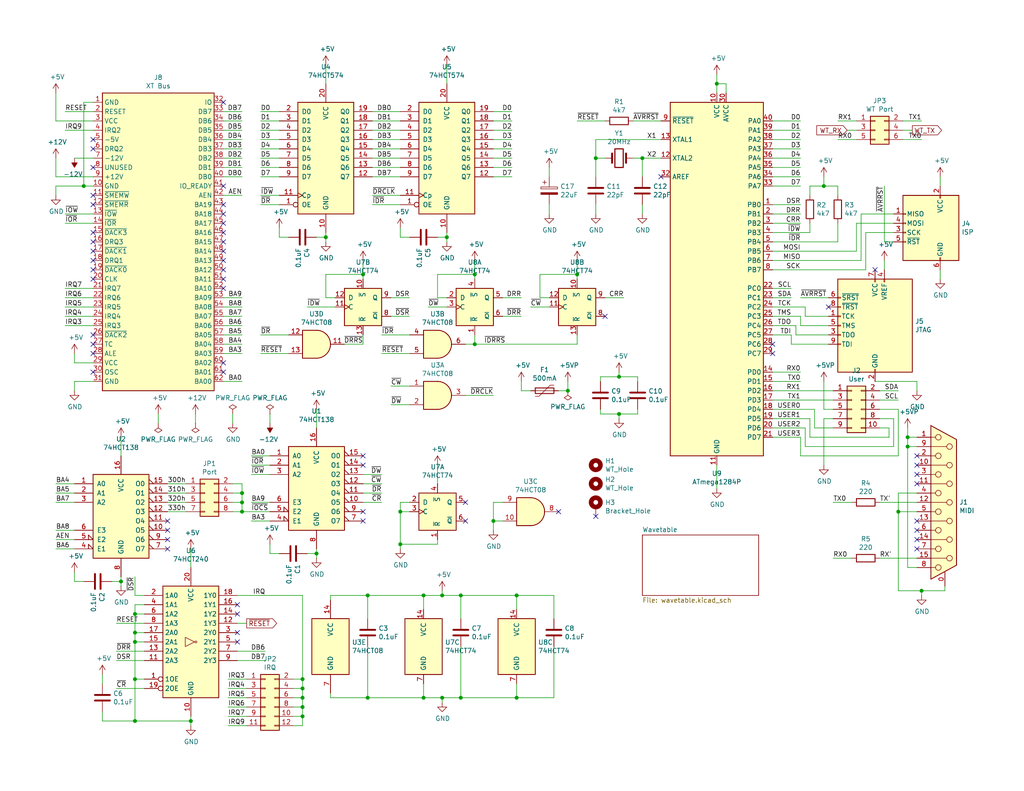
<source format=kicad_sch>
(kicad_sch (version 20211123) (generator eeschema)
  (paper "USLetter")
  (junction (at 140.97 162.56))
  (junction (at 162.56 43.18))
  (junction (at 129.54 74.93))
  (junction (at 88.9 64.77))
  (junction (at 82.55 187.96))
  (junction (at 36.83 175.26))
  (junction (at 245.11 139.7))
  (junction (at 82.55 195.58))
  (junction (at 66.04 137.16))
  (junction (at 168.91 113.03))
  (junction (at 36.83 172.72))
  (junction (at 157.48 74.93))
  (junction (at 134.62 142.24))
  (junction (at 66.04 139.7))
  (junction (at 129.54 93.98))
  (junction (at 36.83 167.64))
  (junction (at 247.65 121.92))
  (junction (at 120.65 190.5))
  (junction (at 99.06 74.93))
  (junction (at 52.07 196.85))
  (junction (at 120.65 162.56))
  (junction (at 125.73 162.56))
  (junction (at 22.86 50.8))
  (junction (at 36.83 196.85))
  (junction (at 100.33 162.56))
  (junction (at 168.91 102.87))
  (junction (at 154.94 106.68))
  (junction (at 82.55 185.42))
  (junction (at 247.65 119.38))
  (junction (at 86.36 151.13))
  (junction (at 175.26 43.18))
  (junction (at 115.57 162.56))
  (junction (at 33.02 158.75))
  (junction (at 109.22 148.59))
  (junction (at 82.55 190.5))
  (junction (at 121.92 64.77))
  (junction (at 195.58 22.86))
  (junction (at 140.97 190.5))
  (junction (at 109.22 139.7))
  (junction (at 66.04 134.62))
  (junction (at 115.57 190.5))
  (junction (at 224.79 50.8))
  (junction (at 125.73 190.5))
  (junction (at 251.46 161.29))
  (junction (at 36.83 185.42))
  (junction (at 100.33 190.5))
  (junction (at 82.55 193.04))
  (no_connect (at 25.4 96.52))
  (no_connect (at 99.06 139.7))
  (no_connect (at 25.4 71.12))
  (no_connect (at 25.4 66.04))
  (no_connect (at 25.4 40.64))
  (no_connect (at 60.96 63.5))
  (no_connect (at 25.4 101.6))
  (no_connect (at 25.4 68.58))
  (no_connect (at 238.76 73.66))
  (no_connect (at 64.77 165.1))
  (no_connect (at 226.06 83.82))
  (no_connect (at 64.77 175.26))
  (no_connect (at 25.4 53.34))
  (no_connect (at 250.19 147.32))
  (no_connect (at 45.72 144.78))
  (no_connect (at 25.4 63.5))
  (no_connect (at 25.4 73.66))
  (no_connect (at 99.06 124.46))
  (no_connect (at 60.96 58.42))
  (no_connect (at 60.96 55.88))
  (no_connect (at 152.4 139.7))
  (no_connect (at 25.4 45.72))
  (no_connect (at 45.72 149.86))
  (no_connect (at 250.19 127))
  (no_connect (at 250.19 144.78))
  (no_connect (at 25.4 76.2))
  (no_connect (at 250.19 149.86))
  (no_connect (at 162.56 140.97))
  (no_connect (at 127 137.16))
  (no_connect (at 60.96 60.96))
  (no_connect (at 250.19 142.24))
  (no_connect (at 60.96 78.74))
  (no_connect (at 45.72 142.24))
  (no_connect (at 25.4 91.44))
  (no_connect (at 210.82 93.98))
  (no_connect (at 64.77 167.64))
  (no_connect (at 210.82 96.52))
  (no_connect (at 60.96 76.2))
  (no_connect (at 60.96 71.12))
  (no_connect (at 25.4 93.98))
  (no_connect (at 60.96 99.06))
  (no_connect (at 99.06 142.24))
  (no_connect (at 60.96 50.8))
  (no_connect (at 45.72 147.32))
  (no_connect (at 25.4 38.1))
  (no_connect (at 165.1 86.36))
  (no_connect (at 127 142.24))
  (no_connect (at 60.96 73.66))
  (no_connect (at 250.19 129.54))
  (no_connect (at 60.96 27.94))
  (no_connect (at 60.96 66.04))
  (no_connect (at 60.96 101.6))
  (no_connect (at 64.77 172.72))
  (no_connect (at 25.4 55.88))
  (no_connect (at 250.19 124.46))
  (no_connect (at 250.19 132.08))
  (no_connect (at 60.96 68.58))
  (no_connect (at 99.06 127))
  (no_connect (at 180.34 48.26))
  (wire (pts (xy 17.78 58.42) (xy 25.4 58.42)))
  (wire (pts (xy 80.01 187.96) (xy 82.55 187.96)))
  (wire (pts (xy 109.22 137.16) (xy 111.76 137.16)))
  (wire (pts (xy 218.44 86.36) (xy 218.44 88.9)))
  (wire (pts (xy 129.54 71.12) (xy 129.54 74.93)))
  (wire (pts (xy 64.77 180.34) (xy 72.39 180.34)))
  (wire (pts (xy 210.82 68.58) (xy 233.68 68.58)))
  (wire (pts (xy 251.46 161.29) (xy 251.46 162.56)))
  (wire (pts (xy 175.26 43.18) (xy 175.26 48.26)))
  (wire (pts (xy 247.65 119.38) (xy 247.65 121.92)))
  (wire (pts (xy 210.82 81.28) (xy 215.9 81.28)))
  (wire (pts (xy 63.5 134.62) (xy 66.04 134.62)))
  (wire (pts (xy 245.11 134.62) (xy 245.11 139.7)))
  (wire (pts (xy 17.78 83.82) (xy 25.4 83.82)))
  (wire (pts (xy 218.44 119.38) (xy 218.44 124.46)))
  (wire (pts (xy 218.44 50.8) (xy 210.82 50.8)))
  (wire (pts (xy 106.68 105.41) (xy 111.76 105.41)))
  (wire (pts (xy 127 93.98) (xy 129.54 93.98)))
  (wire (pts (xy 247.65 154.94) (xy 250.19 154.94)))
  (wire (pts (xy 120.65 190.5) (xy 125.73 190.5)))
  (wire (pts (xy 36.83 172.72) (xy 36.83 175.26)))
  (wire (pts (xy 210.82 71.12) (xy 234.95 71.12)))
  (wire (pts (xy 210.82 83.82) (xy 219.71 83.82)))
  (wire (pts (xy 119.38 64.77) (xy 121.92 64.77)))
  (wire (pts (xy 172.72 43.18) (xy 175.26 43.18)))
  (wire (pts (xy 151.13 162.56) (xy 140.97 162.56)))
  (wire (pts (xy 227.33 114.3) (xy 224.79 114.3)))
  (wire (pts (xy 62.23 187.96) (xy 67.31 187.96)))
  (wire (pts (xy 245.11 161.29) (xy 245.11 139.7)))
  (wire (pts (xy 62.23 195.58) (xy 67.31 195.58)))
  (wire (pts (xy 71.12 33.02) (xy 76.2 33.02)))
  (wire (pts (xy 111.76 64.77) (xy 109.22 64.77)))
  (wire (pts (xy 149.86 45.72) (xy 149.86 48.26)))
  (wire (pts (xy 64.77 170.18) (xy 67.31 170.18)))
  (wire (pts (xy 83.82 83.82) (xy 91.44 83.82)))
  (wire (pts (xy 163.83 102.87) (xy 168.91 102.87)))
  (wire (pts (xy 17.78 81.28) (xy 25.4 81.28)))
  (wire (pts (xy 30.48 158.75) (xy 33.02 158.75)))
  (wire (pts (xy 233.68 60.96) (xy 243.84 60.96)))
  (wire (pts (xy 66.04 139.7) (xy 73.66 139.7)))
  (wire (pts (xy 68.58 137.16) (xy 73.66 137.16)))
  (wire (pts (xy 71.12 45.72) (xy 76.2 45.72)))
  (wire (pts (xy 163.83 113.03) (xy 168.91 113.03)))
  (wire (pts (xy 15.24 147.32) (xy 20.32 147.32)))
  (wire (pts (xy 66.04 45.72) (xy 60.96 45.72)))
  (wire (pts (xy 111.76 81.28) (xy 106.68 81.28)))
  (wire (pts (xy 25.4 30.48) (xy 17.78 30.48)))
  (wire (pts (xy 17.78 60.96) (xy 25.4 60.96)))
  (wire (pts (xy 149.86 55.88) (xy 149.86 58.42)))
  (wire (pts (xy 168.91 102.87) (xy 168.91 101.6)))
  (wire (pts (xy 101.6 35.56) (xy 109.22 35.56)))
  (wire (pts (xy 73.66 151.13) (xy 76.2 151.13)))
  (wire (pts (xy 99.06 93.98) (xy 99.06 91.44)))
  (wire (pts (xy 88.9 22.86) (xy 88.9 17.78)))
  (wire (pts (xy 115.57 190.5) (xy 100.33 190.5)))
  (wire (pts (xy 66.04 48.26) (xy 60.96 48.26)))
  (wire (pts (xy 245.11 124.46) (xy 245.11 111.76)))
  (wire (pts (xy 210.82 116.84) (xy 219.71 116.84)))
  (wire (pts (xy 168.91 113.03) (xy 173.99 113.03)))
  (wire (pts (xy 142.24 106.68) (xy 144.78 106.68)))
  (wire (pts (xy 22.86 27.94) (xy 22.86 50.8)))
  (wire (pts (xy 71.12 96.52) (xy 78.74 96.52)))
  (wire (pts (xy 245.11 106.68) (xy 240.03 106.68)))
  (wire (pts (xy 20.32 156.21) (xy 20.32 158.75)))
  (wire (pts (xy 36.83 162.56) (xy 36.83 157.48)))
  (wire (pts (xy 119.38 147.32) (xy 119.38 148.59)))
  (wire (pts (xy 82.55 185.42) (xy 82.55 162.56)))
  (wire (pts (xy 31.75 180.34) (xy 39.37 180.34)))
  (wire (pts (xy 218.44 48.26) (xy 210.82 48.26)))
  (wire (pts (xy 53.34 113.03) (xy 53.34 115.57)))
  (wire (pts (xy 104.14 137.16) (xy 99.06 137.16)))
  (wire (pts (xy 66.04 40.64) (xy 60.96 40.64)))
  (wire (pts (xy 39.37 167.64) (xy 36.83 167.64)))
  (wire (pts (xy 22.86 50.8) (xy 15.24 50.8)))
  (wire (pts (xy 52.07 195.58) (xy 52.07 196.85)))
  (wire (pts (xy 227.33 152.4) (xy 232.41 152.4)))
  (wire (pts (xy 173.99 104.14) (xy 173.99 102.87)))
  (wire (pts (xy 86.36 149.86) (xy 86.36 151.13)))
  (wire (pts (xy 88.9 66.04) (xy 88.9 64.77)))
  (wire (pts (xy 100.33 190.5) (xy 90.17 190.5)))
  (wire (pts (xy 139.7 35.56) (xy 134.62 35.56)))
  (wire (pts (xy 151.13 190.5) (xy 151.13 176.53)))
  (wire (pts (xy 233.68 38.1) (xy 228.6 38.1)))
  (wire (pts (xy 15.24 149.86) (xy 20.32 149.86)))
  (wire (pts (xy 215.9 91.44) (xy 215.9 93.98)))
  (wire (pts (xy 111.76 139.7) (xy 109.22 139.7)))
  (wire (pts (xy 31.75 170.18) (xy 39.37 170.18)))
  (wire (pts (xy 66.04 88.9) (xy 60.96 88.9)))
  (wire (pts (xy 63.5 113.03) (xy 63.5 115.57)))
  (wire (pts (xy 218.44 81.28) (xy 226.06 81.28)))
  (wire (pts (xy 129.54 93.98) (xy 157.48 93.98)))
  (wire (pts (xy 66.04 53.34) (xy 60.96 53.34)))
  (wire (pts (xy 162.56 43.18) (xy 165.1 43.18)))
  (wire (pts (xy 71.12 30.48) (xy 76.2 30.48)))
  (wire (pts (xy 134.62 142.24) (xy 134.62 137.16)))
  (wire (pts (xy 195.58 20.32) (xy 195.58 22.86)))
  (wire (pts (xy 210.82 114.3) (xy 220.98 114.3)))
  (wire (pts (xy 162.56 48.26) (xy 162.56 43.18)))
  (wire (pts (xy 219.71 86.36) (xy 226.06 86.36)))
  (wire (pts (xy 218.44 33.02) (xy 210.82 33.02)))
  (wire (pts (xy 243.84 121.92) (xy 243.84 114.3)))
  (wire (pts (xy 15.24 33.02) (xy 15.24 25.4)))
  (wire (pts (xy 218.44 43.18) (xy 210.82 43.18)))
  (wire (pts (xy 210.82 106.68) (xy 227.33 106.68)))
  (wire (pts (xy 240.03 137.16) (xy 250.19 137.16)))
  (wire (pts (xy 119.38 127) (xy 119.38 132.08)))
  (wire (pts (xy 71.12 48.26) (xy 76.2 48.26)))
  (wire (pts (xy 76.2 64.77) (xy 78.74 64.77)))
  (wire (pts (xy 36.83 185.42) (xy 36.83 196.85)))
  (wire (pts (xy 234.95 58.42) (xy 243.84 58.42)))
  (wire (pts (xy 220.98 63.5) (xy 220.98 60.96)))
  (wire (pts (xy 66.04 43.18) (xy 60.96 43.18)))
  (wire (pts (xy 173.99 113.03) (xy 173.99 111.76)))
  (wire (pts (xy 120.65 191.77) (xy 120.65 190.5)))
  (wire (pts (xy 68.58 124.46) (xy 73.66 124.46)))
  (wire (pts (xy 104.14 132.08) (xy 99.06 132.08)))
  (wire (pts (xy 111.76 86.36) (xy 106.68 86.36)))
  (wire (pts (xy 165.1 33.02) (xy 157.48 33.02)))
  (wire (pts (xy 27.94 184.15) (xy 27.94 186.69)))
  (wire (pts (xy 218.44 40.64) (xy 210.82 40.64)))
  (wire (pts (xy 66.04 93.98) (xy 60.96 93.98)))
  (wire (pts (xy 147.32 74.93) (xy 157.48 74.93)))
  (wire (pts (xy 62.23 190.5) (xy 67.31 190.5)))
  (wire (pts (xy 80.01 193.04) (xy 82.55 193.04)))
  (wire (pts (xy 222.25 111.76) (xy 222.25 116.84)))
  (wire (pts (xy 228.6 50.8) (xy 228.6 53.34)))
  (wire (pts (xy 101.6 40.64) (xy 109.22 40.64)))
  (wire (pts (xy 125.73 176.53) (xy 125.73 190.5)))
  (wire (pts (xy 109.22 139.7) (xy 109.22 137.16)))
  (wire (pts (xy 63.5 137.16) (xy 66.04 137.16)))
  (wire (pts (xy 234.95 71.12) (xy 234.95 58.42)))
  (wire (pts (xy 25.4 99.06) (xy 20.32 99.06)))
  (wire (pts (xy 93.98 93.98) (xy 99.06 93.98)))
  (wire (pts (xy 15.24 50.8) (xy 15.24 53.34)))
  (wire (pts (xy 218.44 124.46) (xy 245.11 124.46)))
  (wire (pts (xy 80.01 190.5) (xy 82.55 190.5)))
  (wire (pts (xy 66.04 38.1) (xy 60.96 38.1)))
  (wire (pts (xy 101.6 38.1) (xy 109.22 38.1)))
  (wire (pts (xy 90.17 190.5) (xy 90.17 189.23)))
  (wire (pts (xy 66.04 33.02) (xy 60.96 33.02)))
  (wire (pts (xy 62.23 198.12) (xy 67.31 198.12)))
  (wire (pts (xy 240.03 152.4) (xy 250.19 152.4)))
  (wire (pts (xy 66.04 86.36) (xy 60.96 86.36)))
  (wire (pts (xy 198.12 22.86) (xy 195.58 22.86)))
  (wire (pts (xy 115.57 166.37) (xy 115.57 162.56)))
  (wire (pts (xy 115.57 162.56) (xy 120.65 162.56)))
  (wire (pts (xy 17.78 35.56) (xy 25.4 35.56)))
  (wire (pts (xy 224.79 50.8) (xy 228.6 50.8)))
  (wire (pts (xy 88.9 81.28) (xy 88.9 74.93)))
  (wire (pts (xy 86.36 151.13) (xy 86.36 152.4)))
  (wire (pts (xy 139.7 43.18) (xy 134.62 43.18)))
  (wire (pts (xy 140.97 190.5) (xy 140.97 186.69)))
  (wire (pts (xy 20.32 104.14) (xy 20.32 106.68)))
  (wire (pts (xy 71.12 38.1) (xy 76.2 38.1)))
  (wire (pts (xy 100.33 168.91) (xy 100.33 162.56)))
  (wire (pts (xy 236.22 63.5) (xy 243.84 63.5)))
  (wire (pts (xy 22.86 50.8) (xy 25.4 50.8)))
  (wire (pts (xy 245.11 139.7) (xy 250.19 139.7)))
  (wire (pts (xy 222.25 116.84) (xy 227.33 116.84)))
  (wire (pts (xy 39.37 172.72) (xy 36.83 172.72)))
  (wire (pts (xy 125.73 168.91) (xy 125.73 162.56)))
  (wire (pts (xy 125.73 190.5) (xy 140.97 190.5)))
  (wire (pts (xy 104.14 96.52) (xy 111.76 96.52)))
  (wire (pts (xy 101.6 30.48) (xy 109.22 30.48)))
  (wire (pts (xy 210.82 91.44) (xy 215.9 91.44)))
  (wire (pts (xy 15.24 48.26) (xy 25.4 48.26)))
  (wire (pts (xy 246.38 38.1) (xy 251.46 38.1)))
  (wire (pts (xy 33.02 158.75) (xy 33.02 160.02)))
  (wire (pts (xy 168.91 114.3) (xy 168.91 113.03)))
  (wire (pts (xy 140.97 162.56) (xy 140.97 166.37)))
  (wire (pts (xy 195.58 127) (xy 195.58 133.35)))
  (wire (pts (xy 175.26 43.18) (xy 180.34 43.18)))
  (wire (pts (xy 250.19 104.14) (xy 250.19 106.68)))
  (wire (pts (xy 68.58 127) (xy 73.66 127)))
  (wire (pts (xy 121.92 63.5) (xy 121.92 64.77)))
  (wire (pts (xy 88.9 64.77) (xy 88.9 63.5)))
  (wire (pts (xy 210.82 86.36) (xy 218.44 86.36)))
  (wire (pts (xy 17.78 86.36) (xy 25.4 86.36)))
  (wire (pts (xy 82.55 187.96) (xy 82.55 185.42)))
  (wire (pts (xy 247.65 116.84) (xy 247.65 119.38)))
  (wire (pts (xy 152.4 106.68) (xy 154.94 106.68)))
  (wire (pts (xy 210.82 109.22) (xy 227.33 109.22)))
  (wire (pts (xy 62.23 185.42) (xy 67.31 185.42)))
  (wire (pts (xy 215.9 93.98) (xy 226.06 93.98)))
  (wire (pts (xy 120.65 162.56) (xy 125.73 162.56)))
  (wire (pts (xy 245.11 109.22) (xy 240.03 109.22)))
  (wire (pts (xy 100.33 162.56) (xy 115.57 162.56)))
  (wire (pts (xy 218.44 88.9) (xy 226.06 88.9)))
  (wire (pts (xy 172.72 33.02) (xy 180.34 33.02)))
  (wire (pts (xy 157.48 74.93) (xy 157.48 76.2)))
  (wire (pts (xy 121.92 17.78) (xy 121.92 22.86)))
  (wire (pts (xy 66.04 96.52) (xy 60.96 96.52)))
  (wire (pts (xy 62.23 193.04) (xy 67.31 193.04)))
  (wire (pts (xy 36.83 165.1) (xy 39.37 165.1)))
  (wire (pts (xy 210.82 73.66) (xy 236.22 73.66)))
  (wire (pts (xy 162.56 38.1) (xy 162.56 43.18)))
  (wire (pts (xy 82.55 190.5) (xy 82.55 187.96)))
  (wire (pts (xy 119.38 148.59) (xy 109.22 148.59)))
  (wire (pts (xy 15.24 134.62) (xy 20.32 134.62)))
  (wire (pts (xy 210.82 55.88) (xy 218.44 55.88)))
  (wire (pts (xy 210.82 111.76) (xy 222.25 111.76)))
  (wire (pts (xy 109.22 149.86) (xy 109.22 148.59)))
  (wire (pts (xy 140.97 190.5) (xy 151.13 190.5)))
  (wire (pts (xy 80.01 185.42) (xy 82.55 185.42)))
  (wire (pts (xy 218.44 38.1) (xy 210.82 38.1)))
  (wire (pts (xy 256.54 48.26) (xy 256.54 50.8)))
  (wire (pts (xy 142.24 86.36) (xy 137.16 86.36)))
  (wire (pts (xy 121.92 81.28) (xy 119.38 81.28)))
  (wire (pts (xy 27.94 194.31) (xy 27.94 196.85)))
  (wire (pts (xy 220.98 119.38) (xy 242.57 119.38)))
  (wire (pts (xy 82.55 195.58) (xy 82.55 198.12)))
  (wire (pts (xy 129.54 93.98) (xy 129.54 91.44)))
  (wire (pts (xy 99.06 71.12) (xy 99.06 74.93)))
  (wire (pts (xy 210.82 88.9) (xy 217.17 88.9)))
  (wire (pts (xy 80.01 195.58) (xy 82.55 195.58)))
  (wire (pts (xy 242.57 119.38) (xy 242.57 116.84)))
  (wire (pts (xy 71.12 43.18) (xy 76.2 43.18)))
  (wire (pts (xy 227.33 111.76) (xy 224.79 111.76)))
  (wire (pts (xy 73.66 113.03) (xy 73.66 115.57)))
  (wire (pts (xy 116.84 83.82) (xy 121.92 83.82)))
  (wire (pts (xy 129.54 74.93) (xy 129.54 76.2)))
  (wire (pts (xy 137.16 81.28) (xy 142.24 81.28)))
  (wire (pts (xy 52.07 196.85) (xy 36.83 196.85)))
  (wire (pts (xy 231.14 35.56) (xy 233.68 35.56)))
  (wire (pts (xy 27.94 196.85) (xy 36.83 196.85)))
  (wire (pts (xy 224.79 111.76) (xy 224.79 104.14)))
  (wire (pts (xy 139.7 30.48) (xy 134.62 30.48)))
  (wire (pts (xy 101.6 45.72) (xy 109.22 45.72)))
  (wire (pts (xy 86.36 64.77) (xy 88.9 64.77)))
  (wire (pts (xy 20.32 99.06) (xy 20.32 96.52)))
  (wire (pts (xy 120.65 190.5) (xy 115.57 190.5)))
  (wire (pts (xy 139.7 38.1) (xy 134.62 38.1)))
  (wire (pts (xy 227.33 137.16) (xy 232.41 137.16)))
  (wire (pts (xy 100.33 176.53) (xy 100.33 190.5)))
  (wire (pts (xy 250.19 119.38) (xy 247.65 119.38)))
  (wire (pts (xy 195.58 22.86) (xy 195.58 25.4)))
  (wire (pts (xy 66.04 83.82) (xy 60.96 83.82)))
  (wire (pts (xy 119.38 81.28) (xy 119.38 74.93)))
  (wire (pts (xy 83.82 151.13) (xy 86.36 151.13)))
  (wire (pts (xy 210.82 119.38) (xy 218.44 119.38)))
  (wire (pts (xy 72.39 177.8) (xy 64.77 177.8)))
  (wire (pts (xy 210.82 63.5) (xy 220.98 63.5)))
  (wire (pts (xy 76.2 62.23) (xy 76.2 64.77)))
  (wire (pts (xy 139.7 45.72) (xy 134.62 45.72)))
  (wire (pts (xy 134.62 144.78) (xy 134.62 142.24)))
  (wire (pts (xy 36.83 165.1) (xy 36.83 167.64)))
  (wire (pts (xy 15.24 132.08) (xy 20.32 132.08)))
  (wire (pts (xy 224.79 114.3) (xy 224.79 127)))
  (wire (pts (xy 33.02 119.38) (xy 33.02 124.46)))
  (wire (pts (xy 66.04 91.44) (xy 60.96 91.44)))
  (wire (pts (xy 86.36 111.76) (xy 86.36 116.84)))
  (wire (pts (xy 36.83 167.64) (xy 36.83 172.72)))
  (wire (pts (xy 142.24 104.14) (xy 142.24 106.68)))
  (wire (pts (xy 163.83 104.14) (xy 163.83 102.87)))
  (wire (pts (xy 66.04 139.7) (xy 66.04 137.16)))
  (wire (pts (xy 198.12 25.4) (xy 198.12 22.86)))
  (wire (pts (xy 219.71 83.82) (xy 219.71 86.36)))
  (wire (pts (xy 233.68 68.58) (xy 233.68 60.96)))
  (wire (pts (xy 246.38 35.56) (xy 248.92 35.56)))
  (wire (pts (xy 25.4 27.94) (xy 22.86 27.94)))
  (wire (pts (xy 125.73 162.56) (xy 140.97 162.56)))
  (wire (pts (xy 220.98 53.34) (xy 220.98 50.8)))
  (wire (pts (xy 66.04 30.48) (xy 60.96 30.48)))
  (wire (pts (xy 25.4 33.02) (xy 15.24 33.02)))
  (wire (pts (xy 90.17 162.56) (xy 100.33 162.56)))
  (wire (pts (xy 134.62 107.95) (xy 127 107.95)))
  (wire (pts (xy 147.32 81.28) (xy 147.32 74.93)))
  (wire (pts (xy 82.55 195.58) (xy 82.55 193.04)))
  (wire (pts (xy 17.78 88.9) (xy 25.4 88.9)))
  (wire (pts (xy 210.82 101.6) (xy 218.44 101.6)))
  (wire (pts (xy 66.04 104.14) (xy 60.96 104.14)))
  (wire (pts (xy 66.04 137.16) (xy 66.04 134.62)))
  (wire (pts (xy 15.24 43.18) (xy 15.24 48.26)))
  (wire (pts (xy 66.04 139.7) (xy 63.5 139.7)))
  (wire (pts (xy 43.18 115.57) (xy 43.18 113.03)))
  (wire (pts (xy 115.57 186.69) (xy 115.57 190.5)))
  (wire (pts (xy 15.24 144.78) (xy 20.32 144.78)))
  (wire (pts (xy 137.16 142.24) (xy 134.62 142.24)))
  (wire (pts (xy 39.37 175.26) (xy 36.83 175.26)))
  (wire (pts (xy 119.38 74.93) (xy 129.54 74.93)))
  (wire (pts (xy 66.04 134.62) (xy 66.04 132.08)))
  (wire (pts (xy 257.81 160.02) (xy 257.81 161.29)))
  (wire (pts (xy 88.9 74.93) (xy 99.06 74.93)))
  (wire (pts (xy 154.94 106.68) (xy 154.94 104.14)))
  (wire (pts (xy 101.6 48.26) (xy 109.22 48.26)))
  (wire (pts (xy 220.98 50.8) (xy 224.79 50.8)))
  (wire (pts (xy 91.44 81.28) (xy 88.9 81.28)))
  (wire (pts (xy 149.86 81.28) (xy 147.32 81.28)))
  (wire (pts (xy 242.57 116.84) (xy 240.03 116.84)))
  (wire (pts (xy 33.02 157.48) (xy 33.02 158.75)))
  (wire (pts (xy 101.6 53.34) (xy 109.22 53.34)))
  (wire (pts (xy 162.56 58.42) (xy 162.56 55.88)))
  (wire (pts (xy 39.37 185.42) (xy 36.83 185.42)))
  (wire (pts (xy 39.37 162.56) (xy 36.83 162.56)))
  (wire (pts (xy 52.07 149.86) (xy 52.07 154.94)))
  (wire (pts (xy 245.11 111.76) (xy 240.03 111.76)))
  (wire (pts (xy 73.66 148.59) (xy 73.66 151.13)))
  (wire (pts (xy 228.6 66.04) (xy 228.6 60.96)))
  (wire (pts (xy 66.04 81.28) (xy 60.96 81.28)))
  (wire (pts (xy 82.55 193.04) (xy 82.55 190.5)))
  (wire (pts (xy 243.84 114.3) (xy 240.03 114.3)))
  (wire (pts (xy 101.6 55.88) (xy 109.22 55.88)))
  (wire (pts (xy 82.55 198.12) (xy 80.01 198.12)))
  (wire (pts (xy 71.12 35.56) (xy 76.2 35.56)))
  (wire (pts (xy 68.58 129.54) (xy 73.66 129.54)))
  (wire (pts (xy 210.82 104.14) (xy 218.44 104.14)))
  (wire (pts (xy 151.13 168.91) (xy 151.13 162.56)))
  (wire (pts (xy 157.48 71.12) (xy 157.48 74.93)))
  (wire (pts (xy 218.44 35.56) (xy 210.82 35.56)))
  (wire (pts (xy 104.14 129.54) (xy 99.06 129.54)))
  (wire (pts (xy 220.98 114.3) (xy 220.98 119.38)))
  (wire (pts (xy 139.7 33.02) (xy 134.62 33.02)))
  (wire (pts (xy 90.17 163.83) (xy 90.17 162.56)))
  (wire (pts (xy 210.82 78.74) (xy 215.9 78.74)))
  (wire (pts (xy 241.3 71.12) (xy 241.3 73.66)))
  (wire (pts (xy 144.78 83.82) (xy 149.86 83.82)))
  (wire (pts (xy 101.6 33.02) (xy 109.22 33.02)))
  (wire (pts (xy 217.17 91.44) (xy 226.06 91.44)))
  (wire (pts (xy 134.62 137.16) (xy 137.16 137.16)))
  (wire (pts (xy 173.99 102.87) (xy 168.91 102.87)))
  (wire (pts (xy 36.83 175.26) (xy 36.83 185.42)))
  (wire (pts (xy 238.76 104.14) (xy 250.19 104.14)))
  (wire (pts (xy 66.04 35.56) (xy 60.96 35.56)))
  (wire (pts (xy 219.71 116.84) (xy 219.71 121.92)))
  (wire (pts (xy 71.12 53.34) (xy 76.2 53.34)))
  (wire (pts (xy 71.12 55.88) (xy 76.2 55.88)))
  (wire (pts (xy 170.18 81.28) (xy 165.1 81.28)))
  (wire (pts (xy 99.06 74.93) (xy 99.06 76.2)))
  (wire (pts (xy 218.44 45.72) (xy 210.82 45.72)))
  (wire (pts (xy 247.65 121.92) (xy 247.65 154.94)))
  (wire (pts (xy 71.12 91.44) (xy 78.74 91.44)))
  (wire (pts (xy 109.22 148.59) (xy 109.22 139.7)))
  (wire (pts (xy 243.84 66.04) (xy 241.3 66.04)))
  (wire (pts (xy 247.65 121.92) (xy 250.19 121.92)))
  (wire (pts (xy 139.7 40.64) (xy 134.62 40.64)))
  (wire (pts (xy 210.82 60.96) (xy 218.44 60.96)))
  (wire (pts (xy 233.68 33.02) (xy 228.6 33.02)))
  (wire (pts (xy 210.82 58.42) (xy 218.44 58.42)))
  (wire (pts (xy 63.5 132.08) (xy 66.04 132.08)))
  (wire (pts (xy 257.81 161.29) (xy 251.46 161.29)))
  (wire (pts (xy 31.75 177.8) (xy 39.37 177.8)))
  (wire (pts (xy 251.46 161.29) (xy 245.11 161.29)))
  (wire (pts (xy 217.17 88.9) (xy 217.17 91.44)))
  (wire (pts (xy 157.48 93.98) (xy 157.48 91.44)))
  (wire (pts (xy 219.71 121.92) (xy 243.84 121.92)))
  (wire (pts (xy 20.32 43.18) (xy 25.4 43.18)))
  (wire (pts (xy 139.7 48.26) (xy 134.62 48.26)))
  (wire (pts (xy 71.12 40.64) (xy 76.2 40.64)))
  (wire (pts (xy 224.79 48.26) (xy 224.79 50.8)))
  (wire (pts (xy 64.77 162.56) (xy 82.55 162.56)))
  (wire (pts (xy 45.72 132.08) (xy 50.8 132.08)))
  (wire (pts (xy 109.22 64.77) (xy 109.22 62.23)))
  (wire (pts (xy 210.82 66.04) (xy 228.6 66.04)))
  (wire (pts (xy 45.72 137.16) (xy 50.8 137.16)))
  (wire (pts (xy 236.22 73.66) (xy 236.22 63.5)))
  (wire (pts (xy 180.34 38.1) (xy 162.56 38.1)))
  (wire (pts (xy 120.65 162.56) (xy 120.65 161.29)))
  (wire (pts (xy 256.54 76.2) (xy 256.54 73.66)))
  (wire (pts (xy 101.6 43.18) (xy 109.22 43.18)))
  (wire (pts (xy 246.38 33.02) (xy 251.46 33.02)))
  (wire (pts (xy 104.14 91.44) (xy 111.76 91.44)))
  (wire (pts (xy 250.19 134.62) (xy 245.11 134.62)))
  (wire (pts (xy 25.4 104.14) (xy 20.32 104.14)))
  (wire (pts (xy 52.07 196.85) (xy 52.07 198.12)))
  (wire (pts (xy 15.24 137.16) (xy 20.32 137.16)))
  (wire (pts (xy 17.78 78.74) (xy 25.4 78.74)))
  (wire (pts (xy 175.26 55.88) (xy 175.26 58.42)))
  (wire (pts (xy 163.83 113.03) (xy 163.83 111.76)))
  (wire (pts (xy 104.14 134.62) (xy 99.06 134.62)))
  (wire (pts (xy 45.72 139.7) (xy 50.8 139.7)))
  (wire (pts (xy 45.72 134.62) (xy 50.8 134.62)))
  (wire (pts (xy 68.58 142.24) (xy 73.66 142.24)))
  (wire (pts (xy 106.68 110.49) (xy 111.76 110.49)))
  (wire (pts (xy 121.92 64.77) (xy 121.92 66.04)))
  (wire (pts (xy 20.32 158.75) (xy 22.86 158.75)))
  (wire (pts (xy 31.75 187.96) (xy 39.37 187.96)))
  (wire (pts (xy 241.3 66.04) (xy 241.3 50.8)))
  (label "DB3" (at 66.04 40.64 180))
  (label "TX'" (at 240.03 137.16 0))
  (label "~{IOR}" (at 68.58 127 0))
  (label "USER3" (at 218.44 119.38 180))
  (label "~{IOW}" (at 68.58 129.54 0))
  (label "IRQ5" (at 17.78 83.82 0))
  (label "USER1" (at 218.44 114.3 180))
  (label "BA8" (at 66.04 83.82 180))
  (label "330h" (at 45.72 139.7 0))
  (label "D3" (at 139.7 38.1 180))
  (label "BA3" (at 66.04 96.52 180))
  (label "DB2" (at 66.04 43.18 180))
  (label "DB1" (at 102.87 33.02 0))
  (label "~{CR}" (at 31.75 187.96 0))
  (label "320h" (at 45.72 137.16 0))
  (label "X2" (at 176.53 43.18 0))
  (label "BA4" (at 66.04 93.98 180))
  (label "D2" (at 218.44 38.1 180))
  (label "~{IDW}" (at 83.82 83.82 0))
  (label "DSR" (at 218.44 55.88 180))
  (label "IRQ7" (at 17.78 78.74 0))
  (label "IRQ9" (at 17.78 35.56 0))
  (label "D4" (at 218.44 43.18 180))
  (label "BA0" (at 66.04 104.14 180))
  (label "BA9" (at 68.58 137.16 0))
  (label "~{DW}" (at 104.14 129.54 180))
  (label "BA7" (at 15.24 137.16 0))
  (label "BA9" (at 66.04 81.28 180))
  (label "~{DRRS}" (at 99.06 93.98 180))
  (label "SCL" (at 215.9 78.74 180))
  (label "TX0" (at 227.33 137.16 0))
  (label "~{IOW}" (at 17.78 58.42 0))
  (label "BA5" (at 66.04 91.44 180))
  (label "RX0" (at 228.6 38.1 0))
  (label "DB4" (at 66.04 38.1 180))
  (label "~{DR}" (at 71.12 55.88 0))
  (label "RESET" (at 17.78 30.48 0))
  (label "~{DRR}" (at 142.24 86.36 180))
  (label "RESET" (at 31.75 170.18 0))
  (label "D1" (at 139.7 33.02 180))
  (label "D5" (at 71.12 43.18 0))
  (label "BA3" (at 68.58 142.24 0))
  (label "RX0" (at 218.44 101.6 180))
  (label "~{DRR}" (at 31.75 177.8 0))
  (label "~{RESET}" (at 157.48 33.02 0))
  (label "TX0" (at 218.44 104.14 180))
  (label "~{IDR}" (at 218.44 66.04 180))
  (label "DB5" (at 102.87 43.18 0))
  (label "IRQ9" (at 62.23 198.12 0))
  (label "MOSI" (at 218.44 68.58 180))
  (label "DB6" (at 72.39 177.8 180))
  (label "D1" (at 71.12 33.02 0))
  (label "~{DRCLK}" (at 101.6 53.34 0))
  (label "D7" (at 218.44 50.8 180))
  (label "~{DRCLK}" (at 134.62 107.95 180))
  (label "~{IDW}" (at 218.44 63.5 180))
  (label "D2" (at 71.12 35.56 0))
  (label "TX1" (at 218.44 109.22 180))
  (label "TX1" (at 251.46 33.02 180))
  (label "BA8" (at 15.24 144.78 0))
  (label "~{CW}" (at 144.78 83.82 0))
  (label "CRR" (at 170.18 81.28 180))
  (label "D2" (at 139.7 35.56 180))
  (label "SCL" (at 245.11 109.22 180))
  (label "~{AVRRST}" (at 172.72 33.02 0))
  (label "TCK" (at 215.9 83.82 180))
  (label "DB7" (at 72.39 180.34 180))
  (label "BA4" (at 15.24 132.08 0))
  (label "~{DW}" (at 106.68 110.49 0))
  (label "DB6" (at 66.04 33.02 180))
  (label "DB7" (at 66.04 30.48 180))
  (label "~{IDR}" (at 104.14 91.44 0))
  (label "IRQ4" (at 62.23 187.96 0))
  (label "~{CW}" (at 104.14 132.08 180))
  (label "BA0" (at 68.58 124.46 0))
  (label "TDO" (at 215.9 88.9 180))
  (label "~{CW}" (at 106.68 105.41 0))
  (label "AEN" (at 15.24 147.32 0))
  (label "D6" (at 139.7 45.72 180))
  (label "D4" (at 139.7 40.64 180))
  (label "~{IOCS}" (at 68.58 139.7 0))
  (label "~{IDW}" (at 71.12 53.34 0))
  (label "D7" (at 139.7 48.26 180))
  (label "BA6" (at 15.24 149.86 0))
  (label "TX0" (at 251.46 38.1 180))
  (label "BA7" (at 66.04 86.36 180))
  (label "BA5" (at 15.24 134.62 0))
  (label "DB0" (at 66.04 48.26 180))
  (label "DRR" (at 142.24 81.28 180))
  (label "300h" (at 45.72 132.08 0))
  (label "D5" (at 139.7 43.18 180))
  (label "DB6" (at 102.87 45.72 0))
  (label "D0" (at 71.12 30.48 0))
  (label "DB7" (at 102.87 48.26 0))
  (label "D6" (at 218.44 48.26 180))
  (label "SDA" (at 215.9 81.28 180))
  (label "USER2" (at 218.44 116.84 180))
  (label "IRQ" (at 72.39 162.56 180))
  (label "D6" (at 71.12 45.72 0))
  (label "DB2" (at 102.87 35.56 0))
  (label "~{IDR}" (at 101.6 55.88 0))
  (label "X1" (at 176.53 38.1 0))
  (label "DSR" (at 111.76 81.28 180))
  (label "TMS" (at 215.9 86.36 180))
  (label "DB5" (at 66.04 35.56 180))
  (label "~{AVRRST}" (at 218.44 81.28 0))
  (label "RX'" (at 240.03 152.4 0))
  (label "RX1" (at 228.6 33.02 0))
  (label "D7" (at 71.12 48.26 0))
  (label "IRQ3" (at 17.78 88.9 0))
  (label "DB3" (at 102.87 38.1 0))
  (label "D1" (at 218.44 35.56 180))
  (label "IRQ4" (at 17.78 86.36 0))
  (label "~{IDRRS}" (at 132.08 93.98 0))
  (label "D3" (at 218.44 40.64 180))
  (label "D3" (at 71.12 38.1 0))
  (label "D0" (at 218.44 33.02 180))
  (label "SCK" (at 218.44 73.66 180))
  (label "USER0" (at 218.44 111.76 180))
  (label "BA6" (at 66.04 88.9 180))
  (label "DSR" (at 31.75 180.34 0))
  (label "DB1" (at 66.04 45.72 180))
  (label "IRQ6" (at 62.23 193.04 0))
  (label "CRR" (at 218.44 60.96 180))
  (label "DB4" (at 102.87 40.64 0))
  (label "IRQ6" (at 17.78 81.28 0))
  (label "~{DW}" (at 116.84 83.82 0))
  (label "IRQ5" (at 62.23 190.5 0))
  (label "~{DR}" (at 104.14 134.62 180))
  (label "SDA" (at 245.11 106.68 180))
  (label "TDI" (at 215.9 91.44 180))
  (label "~{RESET}" (at 71.12 96.52 0))
  (label "~{RESET}" (at 104.14 96.52 0))
  (label "DRR" (at 218.44 58.42 180))
  (label "310h" (at 45.72 134.62 0))
  (label "RX0" (at 227.33 152.4 0))
  (label "D0" (at 139.7 30.48 180))
  (label "~{DR}" (at 71.12 91.44 0))
  (label "~{DSR}" (at 36.83 157.48 270))
  (label "~{AVRRST}" (at 241.3 50.8 270))
  (label "~{IOR}" (at 17.78 60.96 0))
  (label "IRQ3" (at 62.23 185.42 0))
  (label "D4" (at 71.12 40.64 0))
  (label "AEN" (at 66.04 53.34 180))
  (label "D5" (at 218.44 45.72 180))
  (label "~{DSR}" (at 111.76 86.36 180))
  (label "~{CR}" (at 104.14 137.16 180))
  (label "RX1" (at 218.44 106.68 180))
  (label "DB0" (at 102.87 30.48 0))
  (label "MISO" (at 218.44 71.12 180))
  (label "IRQ7" (at 62.23 195.58 0))
  (global_label "~{RESET}" (shape output) (at 67.31 170.18 0) (property "Intersheet References" "${INTERSHEET_REFS}" (effects hide)))
  (global_label "WT_RX" (shape input) (at 231.14 35.56 180) (property "Intersheet References" "${INTERSHEET_REFS}" (effects hide)))
  (global_label "WT_TX" (shape output) (at 248.92 35.56 0) (property "Intersheet References" "${INTERSHEET_REFS}" (effects hide)))
  (symbol (lib_id "power:+5VP") (at 247.65 116.84 0) (unit 1)
    (property "Reference" "#PWR0138" (effects hide))
    (property "Value" "+5VP" (at 248.031 112.4458 0))
  )
  (symbol (lib_id "power:GND") (at 251.46 162.56 0) (unit 1)
    (property "Reference" "#PWR0139" (effects hide))
    (property "Value" "GND" (at 251.587 166.9542 0))
  )
  (symbol (lib_id "Connector:Bus_ISA_8bit") (at 43.18 66.04 0) (unit 1)
    (property "Reference" "J8" (at 43.18 21.1582 0))
    (property "Value" "XT Bus" (at 43.18 23.4696 0))
    (property "Footprint" "hardmpu-wt:BUS_XT" (effects hide))
    (property "Datasheet" "https://en.wikipedia.org/wiki/Industry_Standard_Architecture" (effects hide))
  )
  (symbol (lib_id "power:+5V") (at 15.24 25.4 0) (unit 1)
    (property "Reference" "#PWR0101" (effects hide))
    (property "Value" "+5V" (at 15.621 21.0058 0))
  )
  (symbol (lib_id "power:GND") (at 15.24 53.34 0) (unit 1)
    (property "Reference" "#PWR0102" (effects hide))
    (property "Value" "GND" (at 15.367 57.7342 0))
  )
  (symbol (lib_id "power:GND") (at 20.32 106.68 0) (unit 1)
    (property "Reference" "#PWR0103" (effects hide))
    (property "Value" "GND" (at 20.447 111.0742 0))
  )
  (symbol (lib_id "power:+5V") (at 20.32 96.52 0) (unit 1)
    (property "Reference" "#PWR0104" (effects hide))
    (property "Value" "+5V" (at 20.701 92.1258 0))
  )
  (symbol (lib_id "MCU_Microchip_ATmega:ATmega1284-P") (at 195.58 76.2 0) (unit 1)
    (property "Reference" "U9" (at 195.58 129.2606 0))
    (property "Value" "ATmega1284P" (at 195.58 131.572 0))
    (property "Footprint" "Package_DIP:DIP-40_W15.24mm_LongPads" (effects hide))
    (property "Datasheet" "http://ww1.microchip.com/downloads/en/DeviceDoc/Atmel-8272-8-bit-AVR-microcontroller-ATmega164A_PA-324A_PA-644A_PA-1284_P_datasheet.pdf" (effects hide))
  )
  (symbol (lib_id "Device:Crystal") (at 168.91 43.18 0) (unit 1)
    (property "Reference" "Y1" (at 168.91 36.3728 0))
    (property "Value" "20MHz" (at 168.91 38.6842 0))
    (property "Footprint" "Crystal:Crystal_HC49-4H_Vertical" (effects hide))
  )
  (symbol (lib_id "Device:C") (at 162.56 52.07 0) (unit 1)
    (property "Reference" "C11" (at 165.481 50.9016 0) (effects (justify left)))
    (property "Value" "22pF" (at 165.481 53.213 0) (effects (justify left)))
    (property "Footprint" "hardmpu-wt:C_Disc_D3.0mm_W1.6mm_P2.50mm_small_ctyd" (effects hide))
  )
  (symbol (lib_id "Device:C") (at 175.26 52.07 0) (unit 1)
    (property "Reference" "C12" (at 178.181 50.9016 0) (effects (justify left)))
    (property "Value" "22pF" (at 178.181 53.213 0) (effects (justify left)))
    (property "Footprint" "hardmpu-wt:C_Disc_D3.0mm_W1.6mm_P2.50mm_small_ctyd" (effects hide))
  )
  (symbol (lib_id "power:GND") (at 162.56 58.42 0) (unit 1)
    (property "Reference" "#PWR0105" (effects hide))
    (property "Value" "GND" (at 162.687 62.8142 0))
  )
  (symbol (lib_id "power:GND") (at 175.26 58.42 0) (unit 1)
    (property "Reference" "#PWR0106" (effects hide))
    (property "Value" "GND" (at 175.387 62.8142 0))
  )
  (symbol (lib_id "Device:R") (at 168.91 33.02 270) (unit 1)
    (property "Reference" "R1" (at 168.91 27.7622 90))
    (property "Value" "4k7" (at 168.91 30.0736 90))
    (property "Footprint" "Resistor_THT:R_Axial_DIN0207_L6.3mm_D2.5mm_P7.62mm_Horizontal" (effects hide))
  )
  (symbol (lib_id "power:GND") (at 195.58 133.35 0) (unit 1)
    (property "Reference" "#PWR0107" (effects hide))
    (property "Value" "GND" (at 195.707 137.7442 0))
  )
  (symbol (lib_id "power:+5V") (at 195.58 20.32 0) (unit 1)
    (property "Reference" "#PWR0108" (effects hide))
    (property "Value" "+5V" (at 195.961 15.9258 0))
  )
  (symbol (lib_id "Device:C") (at 163.83 107.95 0) (unit 1)
    (property "Reference" "C9" (at 166.751 106.7816 0) (effects (justify left)))
    (property "Value" "0.1uF" (at 166.751 109.093 0) (effects (justify left)))
    (property "Footprint" "hardmpu-wt:C_Disc_D3.0mm_W1.6mm_P2.50mm_small_ctyd" (effects hide))
  )
  (symbol (lib_id "power:+5V") (at 168.91 101.6 0) (unit 1)
    (property "Reference" "#PWR0109" (effects hide))
    (property "Value" "+5V" (at 169.291 97.2058 0))
  )
  (symbol (lib_id "power:GND") (at 168.91 114.3 0) (unit 1)
    (property "Reference" "#PWR0110" (effects hide))
    (property "Value" "GND" (at 169.037 118.6942 0))
  )
  (symbol (lib_id "Device:R") (at 220.98 57.15 0) (unit 1)
    (property "Reference" "R2" (at 222.758 55.9816 0) (effects (justify left)))
    (property "Value" "4k7" (at 222.758 58.293 0) (effects (justify left)))
    (property "Footprint" "Resistor_THT:R_Axial_DIN0207_L6.3mm_D2.5mm_P7.62mm_Horizontal" (effects hide))
  )
  (symbol (lib_id "Device:R") (at 228.6 57.15 0) (unit 1)
    (property "Reference" "R3" (at 230.378 55.9816 0) (effects (justify left)))
    (property "Value" "4k7" (at 230.378 58.293 0) (effects (justify left)))
    (property "Footprint" "Resistor_THT:R_Axial_DIN0207_L6.3mm_D2.5mm_P7.62mm_Horizontal" (effects hide))
  )
  (symbol (lib_id "power:+5V") (at 224.79 48.26 0) (unit 1)
    (property "Reference" "#PWR0111" (effects hide))
    (property "Value" "+5V" (at 225.171 43.8658 0))
  )
  (symbol (lib_id "Connector:AVR-ISP-6") (at 254 63.5 0) (mirror y) (unit 1)
    (property "Reference" "J4" (at 262.382 61.0616 0) (effects (justify right)))
    (property "Value" "ISP" (at 262.382 63.373 0) (effects (justify right)))
    (property "Footprint" "Connector_IDC:IDC-Header_2x03_P2.54mm_Vertical" (effects hide))
    (property "Datasheet" " ~" (effects hide))
  )
  (symbol (lib_id "Connector:AVR-JTAG-10") (at 238.76 88.9 0) (mirror y) (unit 1)
    (property "Reference" "J5" (at 249.682 87.7316 0) (effects (justify right)))
    (property "Value" "JTAG" (at 249.682 90.043 0) (effects (justify right)))
    (property "Footprint" "Connector_IDC:IDC-Header_2x05_P2.54mm_Vertical" (effects hide))
    (property "Datasheet" " ~" (effects hide))
  )
  (symbol (lib_id "power:GND") (at 256.54 76.2 0) (unit 1)
    (property "Reference" "#PWR0114" (effects hide))
    (property "Value" "GND" (at 256.667 80.5942 0))
  )
  (symbol (lib_id "power:GND") (at 250.19 106.68 0) (unit 1)
    (property "Reference" "#PWR0117" (effects hide))
    (property "Value" "GND" (at 250.317 111.0742 0))
  )
  (symbol (lib_id "Connector_Generic:Conn_02x05_Odd_Even") (at 232.41 111.76 0) (unit 1)
    (property "Reference" "J2" (at 233.68 101.1682 0))
    (property "Value" "User" (at 233.68 103.4796 0))
    (property "Footprint" "Connector_PinHeader_2.54mm:PinHeader_2x05_P2.54mm_Horizontal" (effects hide))
  )
  (symbol (lib_id "power:+5VP") (at 224.79 104.14 0) (unit 1)
    (property "Reference" "#PWR0115" (effects hide))
    (property "Value" "+5VP" (at 225.171 99.7458 0))
  )
  (symbol (lib_id "power:GND") (at 224.79 127 0) (unit 1)
    (property "Reference" "#PWR0116" (effects hide))
    (property "Value" "GND" (at 224.917 131.3942 0))
  )
  (symbol (lib_id "Device:R") (at 236.22 137.16 270) (unit 1)
    (property "Reference" "R4" (at 236.22 131.9022 90))
    (property "Value" "220" (at 236.22 134.2136 90))
    (property "Footprint" "Resistor_THT:R_Axial_DIN0207_L6.3mm_D2.5mm_P7.62mm_Horizontal" (effects hide))
  )
  (symbol (lib_id "Device:R") (at 236.22 152.4 270) (unit 1)
    (property "Reference" "R5" (at 236.22 147.1422 90))
    (property "Value" "220" (at 236.22 149.4536 90))
    (property "Footprint" "Resistor_THT:R_Axial_DIN0207_L6.3mm_D2.5mm_P7.62mm_Horizontal" (effects hide))
  )
  (symbol (lib_id "74xx:74LS138") (at 33.02 139.7 0) (unit 1)
    (property "Reference" "U2" (at 33.02 119.8626 0))
    (property "Value" "74HCT138" (at 33.02 122.174 0))
    (property "Footprint" "Package_DIP:DIP-16_W7.62mm_LongPads" (effects hide))
    (property "Datasheet" "http://www.ti.com/lit/gpn/sn74LS138" (effects hide))
  )
  (symbol (lib_id "74xx:74LS138") (at 86.36 132.08 0) (unit 1)
    (property "Reference" "U1" (at 86.36 112.2426 0))
    (property "Value" "74HCT138" (at 86.36 114.554 0))
    (property "Footprint" "Package_DIP:DIP-16_W7.62mm_LongPads" (effects hide))
    (property "Datasheet" "http://www.ti.com/lit/gpn/sn74LS138" (effects hide))
  )
  (symbol (lib_id "Connector_Generic:Conn_02x04_Odd_Even") (at 55.88 134.62 0) (unit 1)
    (property "Reference" "JP1" (at 57.15 126.5682 0))
    (property "Value" "Port" (at 57.15 128.8796 0))
    (property "Footprint" "Connector_PinHeader_2.54mm:PinHeader_2x04_P2.54mm_Vertical" (effects hide))
  )
  (symbol (lib_id "power:GND") (at 33.02 160.02 0) (unit 1)
    (property "Reference" "#PWR0121" (effects hide))
    (property "Value" "GND" (at 33.147 164.4142 0))
  )
  (symbol (lib_id "power:+5V") (at 33.02 119.38 0) (unit 1)
    (property "Reference" "#PWR0120" (effects hide))
    (property "Value" "+5V" (at 33.401 114.9858 0))
  )
  (symbol (lib_id "power:GND") (at 86.36 152.4 0) (unit 1)
    (property "Reference" "#PWR0119" (effects hide))
    (property "Value" "GND" (at 86.487 156.7942 0))
  )
  (symbol (lib_id "power:+5V") (at 86.36 111.76 0) (unit 1)
    (property "Reference" "#PWR0118" (effects hide))
    (property "Value" "+5V" (at 86.741 107.3658 0))
  )
  (symbol (lib_id "Mechanical:MountingHole") (at 162.56 127 0) (unit 1)
    (property "Reference" "H1" (at 165.1 125.8316 0) (effects (justify left)))
    (property "Value" "WT_Hole" (at 165.1 128.143 0) (effects (justify left)))
    (property "Footprint" "MountingHole:MountingHole_3.2mm_M3" (effects hide))
  )
  (symbol (lib_id "Mechanical:MountingHole") (at 162.56 132.08 0) (unit 1)
    (property "Reference" "H2" (at 165.1 130.9116 0) (effects (justify left)))
    (property "Value" "WT_Hole" (at 165.1 133.223 0) (effects (justify left)))
    (property "Footprint" "MountingHole:MountingHole_3.2mm_M3" (effects hide))
  )
  (symbol (lib_id "74xx:74HCT240") (at 52.07 175.26 0) (unit 1)
    (property "Reference" "U6" (at 52.07 150.3426 0))
    (property "Value" "74HCT240" (at 52.07 152.654 0))
    (property "Footprint" "Package_DIP:DIP-20_W7.62mm_LongPads" (effects hide))
    (property "Datasheet" "https://assets.nexperia.com/documents/data-sheet/74HC_HCT240.pdf" (effects hide))
  )
  (symbol (lib_id "power:GND") (at 52.07 198.12 0) (unit 1)
    (property "Reference" "#PWR0122" (effects hide))
    (property "Value" "GND" (at 52.197 202.5142 0))
  )
  (symbol (lib_id "Connector_Generic:Conn_02x03_Odd_Even") (at 238.76 35.56 0) (unit 1)
    (property "Reference" "JP3" (at 240.03 27.5082 0))
    (property "Value" "WT Port" (at 240.03 29.8196 0))
    (property "Footprint" "Connector_PinHeader_2.54mm:PinHeader_2x03_P2.54mm_Vertical" (effects hide))
  )
  (symbol (lib_id "Mechanical:MountingHole_Pad") (at 162.56 138.43 0) (unit 1)
    (property "Reference" "H3" (at 165.1 137.1854 0) (effects (justify left)))
    (property "Value" "Bracket_Hole" (at 165.1 139.4968 0) (effects (justify left)))
    (property "Footprint" "MountingHole:MountingHole_3.2mm_M3_Pad" (effects hide))
  )
  (symbol (lib_id "power:+12V") (at 15.24 43.18 0) (unit 1)
    (property "Reference" "#PWR0147" (effects hide))
    (property "Value" "+12V" (at 15.621 38.7858 0))
  )
  (symbol (lib_id "power:-12V") (at 20.32 43.18 180) (unit 1)
    (property "Reference" "#PWR0148" (effects hide))
    (property "Value" "-12V" (at 19.939 47.5742 0))
  )
  (symbol (lib_id "power:+5V") (at 52.07 149.86 0) (unit 1)
    (property "Reference" "#PWR0123" (effects hide))
    (property "Value" "+5V" (at 52.451 145.4658 0))
  )
  (symbol (lib_id "Connector_Generic:Conn_02x06_Odd_Even") (at 72.39 190.5 0) (unit 1)
    (property "Reference" "JP2" (at 73.66 179.9082 0))
    (property "Value" "IRQ" (at 73.66 182.2196 0))
    (property "Footprint" "Connector_PinHeader_2.54mm:PinHeader_2x06_P2.54mm_Vertical" (effects hide))
  )
  (symbol (lib_id "power:+5V") (at 88.9 17.78 0) (unit 1)
    (property "Reference" "#PWR0125" (effects hide))
    (property "Value" "+5V" (at 89.281 13.3858 0))
  )
  (symbol (lib_id "power:GND") (at 88.9 66.04 0) (unit 1)
    (property "Reference" "#PWR0124" (effects hide))
    (property "Value" "GND" (at 89.027 70.4342 0))
  )
  (symbol (lib_id "power:GND") (at 121.92 66.04 0) (unit 1)
    (property "Reference" "#PWR0126" (effects hide))
    (property "Value" "GND" (at 122.047 70.4342 0))
  )
  (symbol (lib_id "power:+5V") (at 121.92 17.78 0) (unit 1)
    (property "Reference" "#PWR0127" (effects hide))
    (property "Value" "+5V" (at 122.301 13.3858 0))
  )
  (symbol (lib_id "74xx:74LS74") (at 119.38 139.7 0) (unit 1)
    (property "Reference" "U7" (at 119.38 127.4826 0))
    (property "Value" "74HCT74" (at 119.38 129.794 0))
    (property "Footprint" "Package_DIP:DIP-14_W7.62mm_LongPads" (effects hide))
    (property "Datasheet" "74xx/74hc_hct74.pdf" (effects hide))
  )
  (symbol (lib_id "74xx:74LS74") (at 99.06 83.82 0) (unit 2)
    (property "Reference" "U7" (at 99.06 71.6026 0))
    (property "Value" "74HCT74" (at 99.06 73.914 0))
    (property "Footprint" "Package_DIP:DIP-14_W7.62mm_LongPads" (effects hide))
    (property "Datasheet" "74xx/74hc_hct74.pdf" (effects hide))
  )
  (symbol (lib_id "74xx:74LS74") (at 115.57 176.53 0) (unit 3)
    (property "Reference" "U7" (at 121.412 175.3616 0) (effects (justify left)))
    (property "Value" "74HCT74" (at 121.412 177.673 0) (effects (justify left)))
    (property "Footprint" "Package_DIP:DIP-14_W7.62mm_LongPads" (effects hide))
    (property "Datasheet" "74xx/74hc_hct74.pdf" (effects hide))
  )
  (symbol (lib_id "74xx:74LS08") (at 119.38 107.95 0) (unit 1)
    (property "Reference" "U3" (at 119.38 99.695 0))
    (property "Value" "74HCT08" (at 119.38 102.0064 0))
    (property "Footprint" "Package_DIP:DIP-14_W7.62mm_LongPads" (effects hide))
    (property "Datasheet" "http://www.ti.com/lit/gpn/sn74LS08" (effects hide))
  )
  (symbol (lib_id "74xx:74LS08") (at 119.38 93.98 0) (unit 2)
    (property "Reference" "U3" (at 119.38 85.725 0))
    (property "Value" "74HCT08" (at 119.38 88.0364 0))
    (property "Footprint" "Package_DIP:DIP-14_W7.62mm_LongPads" (effects hide))
    (property "Datasheet" "http://www.ti.com/lit/gpn/sn74LS08" (effects hide))
  )
  (symbol (lib_id "74xx:74LS08") (at 144.78 139.7 0) (unit 3)
    (property "Reference" "U3" (at 144.78 131.445 0))
    (property "Value" "74HCT08" (at 144.78 133.7564 0))
    (property "Footprint" "Package_DIP:DIP-14_W7.62mm_LongPads" (effects hide))
    (property "Datasheet" "http://www.ti.com/lit/gpn/sn74LS08" (effects hide))
  )
  (symbol (lib_id "74xx:74LS08") (at 86.36 93.98 0) (unit 4)
    (property "Reference" "U3" (at 86.36 85.725 0))
    (property "Value" "74HCT08" (at 86.36 88.0364 0))
    (property "Footprint" "Package_DIP:DIP-14_W7.62mm_LongPads" (effects hide))
    (property "Datasheet" "http://www.ti.com/lit/gpn/sn74LS08" (effects hide))
  )
  (symbol (lib_id "74xx:74LS08") (at 90.17 176.53 0) (unit 5)
    (property "Reference" "U3" (at 96.012 175.3616 0) (effects (justify left)))
    (property "Value" "74HCT08" (at 96.012 177.673 0) (effects (justify left)))
    (property "Footprint" "Package_DIP:DIP-14_W7.62mm_LongPads" (effects hide))
    (property "Datasheet" "http://www.ti.com/lit/gpn/sn74LS08" (effects hide))
  )
  (symbol (lib_id "Device:C") (at 173.99 107.95 0) (unit 1)
    (property "Reference" "C10" (at 176.911 106.7816 0) (effects (justify left)))
    (property "Value" "0.1uF" (at 176.911 109.093 0) (effects (justify left)))
    (property "Footprint" "hardmpu-wt:C_Disc_D3.0mm_W1.6mm_P2.50mm_small_ctyd" (effects hide))
  )
  (symbol (lib_id "power:+5V") (at 99.06 71.12 0) (unit 1)
    (property "Reference" "#PWR0128" (effects hide))
    (property "Value" "+5V" (at 99.441 66.7258 0))
  )
  (symbol (lib_id "power:+5V") (at 129.54 71.12 0) (unit 1)
    (property "Reference" "#PWR0129" (effects hide))
    (property "Value" "+5V" (at 129.921 66.7258 0))
  )
  (symbol (lib_id "74xx:74LS74") (at 129.54 83.82 0) (unit 1)
    (property "Reference" "U8" (at 129.54 71.6026 0))
    (property "Value" "74HCT74" (at 129.54 73.914 0))
    (property "Footprint" "Package_DIP:DIP-14_W7.62mm_LongPads" (effects hide))
    (property "Datasheet" "74xx/74hc_hct74.pdf" (effects hide))
  )
  (symbol (lib_id "74xx:74LS74") (at 157.48 83.82 0) (unit 2)
    (property "Reference" "U8" (at 157.48 71.6026 0))
    (property "Value" "74HCT74" (at 157.48 73.914 0))
    (property "Footprint" "Package_DIP:DIP-14_W7.62mm_LongPads" (effects hide))
    (property "Datasheet" "74xx/74hc_hct74.pdf" (effects hide))
  )
  (symbol (lib_id "74xx:74LS74") (at 140.97 176.53 0) (unit 3)
    (property "Reference" "U8" (at 146.812 175.3616 0) (effects (justify left)))
    (property "Value" "74HCT74" (at 146.812 177.673 0) (effects (justify left)))
    (property "Footprint" "Package_DIP:DIP-14_W7.62mm_LongPads" (effects hide))
    (property "Datasheet" "74xx/74hc_hct74.pdf" (effects hide))
  )
  (symbol (lib_id "74xx:74HCT574") (at 88.9 43.18 0) (unit 1)
    (property "Reference" "U4" (at 88.9 18.2626 0))
    (property "Value" "74HCT574" (at 88.9 20.574 0))
    (property "Footprint" "Package_DIP:DIP-20_W7.62mm_LongPads" (effects hide))
    (property "Datasheet" "http://www.ti.com/lit/gpn/sn74HCT574" (effects hide))
  )
  (symbol (lib_id "74xx:74HCT574") (at 121.92 43.18 0) (unit 1)
    (property "Reference" "U5" (at 121.92 18.2626 0))
    (property "Value" "74HCT574" (at 121.92 20.574 0))
    (property "Footprint" "Package_DIP:DIP-20_W7.62mm_LongPads" (effects hide))
    (property "Datasheet" "http://www.ti.com/lit/gpn/sn74HCT574" (effects hide))
  )
  (symbol (lib_id "power:+5V") (at 157.48 71.12 0) (unit 1)
    (property "Reference" "#PWR0130" (effects hide))
    (property "Value" "+5V" (at 157.861 66.7258 0))
  )
  (symbol (lib_id "Device:C") (at 100.33 172.72 0) (unit 1)
    (property "Reference" "C3" (at 103.251 171.5516 0) (effects (justify left)))
    (property "Value" "0.1uF" (at 103.251 173.863 0) (effects (justify left)))
    (property "Footprint" "hardmpu-wt:C_Disc_D3.0mm_W1.6mm_P2.50mm_small_ctyd" (effects hide))
  )
  (symbol (lib_id "power:GND") (at 134.62 144.78 0) (unit 1)
    (property "Reference" "#PWR0131" (effects hide))
    (property "Value" "GND" (at 134.747 149.1742 0))
  )
  (symbol (lib_id "power:GND") (at 109.22 149.86 0) (unit 1)
    (property "Reference" "#PWR0132" (effects hide))
    (property "Value" "GND" (at 109.347 154.2542 0))
  )
  (symbol (lib_id "power:+5V") (at 119.38 127 0) (unit 1)
    (property "Reference" "#PWR0133" (effects hide))
    (property "Value" "+5V" (at 119.761 122.6058 0))
  )
  (symbol (lib_id "power:GND") (at 120.65 191.77 0) (unit 1)
    (property "Reference" "#PWR0134" (effects hide))
    (property "Value" "GND" (at 120.777 196.1642 0))
  )
  (symbol (lib_id "power:+5V") (at 120.65 161.29 0) (unit 1)
    (property "Reference" "#PWR0135" (effects hide))
    (property "Value" "+5V" (at 121.031 156.8958 0))
  )
  (symbol (lib_id "Device:Polyfuse") (at 148.59 106.68 270) (unit 1)
    (property "Reference" "F1" (at 148.59 100.965 90))
    (property "Value" "500mA" (at 148.59 103.2764 90))
    (property "Footprint" "Fuse:Fuse_BelFuse_0ZRE0005FF_L8.3mm_W3.8mm" (effects hide))
  )
  (symbol (lib_id "power:+5V") (at 142.24 104.14 0) (unit 1)
    (property "Reference" "#PWR0136" (effects hide))
    (property "Value" "+5V" (at 142.621 99.7458 0))
  )
  (symbol (lib_id "power:+5VP") (at 154.94 104.14 0) (unit 1)
    (property "Reference" "#PWR0137" (effects hide))
    (property "Value" "+5VP" (at 155.321 99.7458 0))
  )
  (symbol (lib_id "Connector:DB15_Female_MountingHoles") (at 257.81 137.16 0) (unit 1)
    (property "Reference" "J1" (at 261.747 137.1092 0) (effects (justify left)))
    (property "Value" "MIDI" (at 261.747 139.4206 0) (effects (justify left)))
    (property "Footprint" "Connector_Dsub:DSUB-15_Female_Horizontal_P2.77x2.84mm_EdgePinOffset7.70mm_Housed_MountingHolesOffset9.12mm" (effects hide))
    (property "Datasheet" " ~" (effects hide))
  )
  (symbol (lib_id "Device:C") (at 125.73 172.72 0) (unit 1)
    (property "Reference" "C7" (at 128.651 171.5516 0) (effects (justify left)))
    (property "Value" "0.1uF" (at 128.651 173.863 0) (effects (justify left)))
    (property "Footprint" "hardmpu-wt:C_Disc_D3.0mm_W1.6mm_P2.50mm_small_ctyd" (effects hide))
  )
  (symbol (lib_id "Device:C") (at 151.13 172.72 0) (unit 1)
    (property "Reference" "C8" (at 154.051 171.5516 0) (effects (justify left)))
    (property "Value" "0.1uF" (at 154.051 173.863 0) (effects (justify left)))
    (property "Footprint" "hardmpu-wt:C_Disc_D3.0mm_W1.6mm_P2.50mm_small_ctyd" (effects hide))
  )
  (symbol (lib_id "Device:C") (at 27.94 190.5 0) (unit 1)
    (property "Reference" "C6" (at 30.861 189.3316 0) (effects (justify left)))
    (property "Value" "0.1uF" (at 30.861 191.643 0) (effects (justify left)))
    (property "Footprint" "hardmpu-wt:C_Disc_D3.0mm_W1.6mm_P2.50mm_small_ctyd" (effects hide))
  )
  (symbol (lib_id "power:+5V") (at 27.94 184.15 0) (unit 1)
    (property "Reference" "#PWR0150" (effects hide))
    (property "Value" "+5V" (at 28.321 179.7558 0))
  )
  (symbol (lib_id "power:+5V") (at 76.2 62.23 0) (unit 1)
    (property "Reference" "#PWR0151" (effects hide))
    (property "Value" "+5V" (at 76.581 57.8358 0))
  )
  (symbol (lib_id "Device:C") (at 82.55 64.77 270) (unit 1)
    (property "Reference" "C4" (at 83.7184 67.691 0) (effects (justify left)))
    (property "Value" "0.1uF" (at 81.407 67.691 0) (effects (justify left)))
    (property "Footprint" "hardmpu-wt:C_Disc_D3.0mm_W1.6mm_P2.50mm_small_ctyd" (effects hide))
  )
  (symbol (lib_id "Device:C") (at 115.57 64.77 270) (unit 1)
    (property "Reference" "C5" (at 116.7384 67.691 0) (effects (justify left)))
    (property "Value" "0.1uF" (at 114.427 67.691 0) (effects (justify left)))
    (property "Footprint" "hardmpu-wt:C_Disc_D3.0mm_W1.6mm_P2.50mm_small_ctyd" (effects hide))
  )
  (symbol (lib_id "power:+5V") (at 109.22 62.23 0) (unit 1)
    (property "Reference" "#PWR0152" (effects hide))
    (property "Value" "+5V" (at 109.601 57.8358 0))
  )
  (symbol (lib_id "Device:C") (at 26.67 158.75 270) (unit 1)
    (property "Reference" "C2" (at 27.8384 161.671 0) (effects (justify left)))
    (property "Value" "0.1uF" (at 25.527 161.671 0) (effects (justify left)))
    (property "Footprint" "hardmpu-wt:C_Disc_D3.0mm_W1.6mm_P2.50mm_small_ctyd" (effects hide))
  )
  (symbol (lib_id "power:+5V") (at 20.32 156.21 0) (unit 1)
    (property "Reference" "#PWR0153" (effects hide))
    (property "Value" "+5V" (at 20.701 151.8158 0))
  )
  (symbol (lib_id "Device:C") (at 80.01 151.13 270) (unit 1)
    (property "Reference" "C1" (at 81.1784 154.051 0) (effects (justify left)))
    (property "Value" "0.1uF" (at 78.867 154.051 0) (effects (justify left)))
    (property "Footprint" "hardmpu-wt:C_Disc_D3.0mm_W1.6mm_P2.50mm_small_ctyd" (effects hide))
  )
  (symbol (lib_id "power:+5V") (at 73.66 148.59 0) (unit 1)
    (property "Reference" "#PWR0154" (effects hide))
    (property "Value" "+5V" (at 74.041 144.1958 0))
  )
  (symbol (lib_id "Device:C_Polarized") (at 149.86 52.07 0) (unit 1)
    (property "Reference" "C17" (at 152.8572 50.9016 0) (effects (justify left)))
    (property "Value" "22uF" (at 152.8572 53.213 0) (effects (justify left)))
    (property "Footprint" "Capacitor_THT:CP_Radial_D5.0mm_P2.00mm" (effects hide))
  )
  (symbol (lib_id "power:GND") (at 149.86 58.42 0) (unit 1)
    (property "Reference" "#PWR0155" (effects hide))
    (property "Value" "GND" (at 149.987 62.8142 0))
  )
  (symbol (lib_id "power:+5V") (at 149.86 45.72 0) (unit 1)
    (property "Reference" "#PWR0156" (effects hide))
    (property "Value" "+5V" (at 150.241 41.3258 0))
  )
  (symbol (lib_id "power:PWR_FLAG") (at 43.18 115.57 180) (unit 1)
    (property "Reference" "#FLG0101" (effects hide))
    (property "Value" "PWR_FLAG" (at 43.18 119.9642 0))
  )
  (symbol (lib_id "power:PWR_FLAG") (at 53.34 115.57 180) (unit 1)
    (property "Reference" "#FLG0102" (effects hide))
    (property "Value" "PWR_FLAG" (at 53.34 119.9642 0))
  )
  (symbol (lib_id "power:PWR_FLAG") (at 63.5 113.03 0) (unit 1)
    (property "Reference" "#FLG0103" (effects hide))
    (property "Value" "PWR_FLAG" (at 63.5 108.6358 0))
  )
  (symbol (lib_id "power:+5V") (at 43.18 113.03 0) (unit 1)
    (property "Reference" "#PWR0157" (effects hide))
    (property "Value" "+5V" (at 43.561 108.6358 0))
  )
  (symbol (lib_id "power:+12V") (at 53.34 113.03 0) (unit 1)
    (property "Reference" "#PWR0158" (effects hide))
    (property "Value" "+12V" (at 53.721 108.6358 0))
  )
  (symbol (lib_id "power:PWR_FLAG") (at 73.66 113.03 0) (unit 1)
    (property "Reference" "#FLG0104" (effects hide))
    (property "Value" "PWR_FLAG" (at 73.66 108.6358 0))
  )
  (symbol (lib_id "power:GND") (at 63.5 115.57 0) (unit 1)
    (property "Reference" "#PWR0159" (effects hide))
    (property "Value" "GND" (at 63.627 119.9642 0))
  )
  (symbol (lib_id "power:-12V") (at 73.66 115.57 180) (unit 1)
    (property "Reference" "#PWR0160" (effects hide))
    (property "Value" "-12V" (at 73.279 119.9642 0))
  )
  (symbol (lib_id "power:PWR_FLAG") (at 154.94 106.68 180) (unit 1)
    (property "Reference" "#FLG0106" (effects hide))
    (property "Value" "PWR_FLAG" (at 154.94 111.0742 0))
  )
  (symbol (lib_id "power:+5V") (at 241.3 71.12 0) (unit 1)
    (property "Reference" "#PWR0112" (effects hide))
    (property "Value" "+5V" (at 241.681 66.7258 0))
  )
  (symbol (lib_id "power:+5V") (at 256.54 48.26 0) (unit 1)
    (property "Reference" "#PWR0113" (effects hide))
    (property "Value" "+5V" (at 256.921 43.8658 0))
  )
  (sheet (at 175.26 146.05) (size 31.75 16.51)
    (property "Sheet name" "Wavetable" (at 175.26 145.3384 0) (effects (justify left bottom)))
    (property "Sheet file" "wavetable.kicad_sch" (at 175.26 163.1446 0) (effects (justify left top)))
  )
)
</source>
